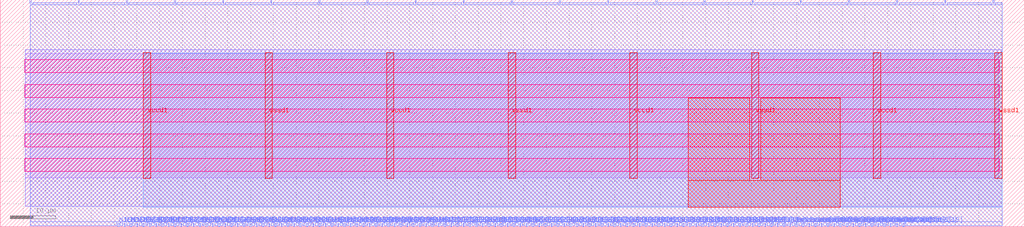
<source format=lef>
VERSION 5.7 ;
  NOWIREEXTENSIONATPIN ON ;
  DIVIDERCHAR "/" ;
  BUSBITCHARS "[]" ;
MACRO N_term_single
  CLASS BLOCK ;
  FOREIGN N_term_single ;
  ORIGIN 0.000 0.000 ;
  SIZE 225.000 BY 50.000 ;
  PIN Ci
    DIRECTION INPUT ;
    USE SIGNAL ;
    PORT
      LAYER met2 ;
        RECT 170.750 0.000 171.030 0.800 ;
    END
  END Ci
  PIN FrameStrobe[0]
    DIRECTION INPUT ;
    USE SIGNAL ;
    ANTENNAGATEAREA 0.196500 ;
    PORT
      LAYER met2 ;
        RECT 172.130 0.000 172.410 0.800 ;
    END
  END FrameStrobe[0]
  PIN FrameStrobe[10]
    DIRECTION INPUT ;
    USE SIGNAL ;
    ANTENNAGATEAREA 0.196500 ;
    PORT
      LAYER met2 ;
        RECT 185.930 0.000 186.210 0.800 ;
    END
  END FrameStrobe[10]
  PIN FrameStrobe[11]
    DIRECTION INPUT ;
    USE SIGNAL ;
    ANTENNAGATEAREA 0.196500 ;
    PORT
      LAYER met2 ;
        RECT 187.310 0.000 187.590 0.800 ;
    END
  END FrameStrobe[11]
  PIN FrameStrobe[12]
    DIRECTION INPUT ;
    USE SIGNAL ;
    ANTENNAGATEAREA 0.196500 ;
    PORT
      LAYER met2 ;
        RECT 188.690 0.000 188.970 0.800 ;
    END
  END FrameStrobe[12]
  PIN FrameStrobe[13]
    DIRECTION INPUT ;
    USE SIGNAL ;
    ANTENNAGATEAREA 0.196500 ;
    PORT
      LAYER met2 ;
        RECT 190.070 0.000 190.350 0.800 ;
    END
  END FrameStrobe[13]
  PIN FrameStrobe[14]
    DIRECTION INPUT ;
    USE SIGNAL ;
    ANTENNAGATEAREA 0.196500 ;
    PORT
      LAYER met2 ;
        RECT 191.450 0.000 191.730 0.800 ;
    END
  END FrameStrobe[14]
  PIN FrameStrobe[15]
    DIRECTION INPUT ;
    USE SIGNAL ;
    ANTENNAGATEAREA 0.196500 ;
    PORT
      LAYER met2 ;
        RECT 192.830 0.000 193.110 0.800 ;
    END
  END FrameStrobe[15]
  PIN FrameStrobe[16]
    DIRECTION INPUT ;
    USE SIGNAL ;
    ANTENNAGATEAREA 0.196500 ;
    PORT
      LAYER met2 ;
        RECT 194.210 0.000 194.490 0.800 ;
    END
  END FrameStrobe[16]
  PIN FrameStrobe[17]
    DIRECTION INPUT ;
    USE SIGNAL ;
    ANTENNAGATEAREA 0.196500 ;
    PORT
      LAYER met2 ;
        RECT 195.590 0.000 195.870 0.800 ;
    END
  END FrameStrobe[17]
  PIN FrameStrobe[18]
    DIRECTION INPUT ;
    USE SIGNAL ;
    ANTENNAGATEAREA 0.196500 ;
    PORT
      LAYER met2 ;
        RECT 196.970 0.000 197.250 0.800 ;
    END
  END FrameStrobe[18]
  PIN FrameStrobe[19]
    DIRECTION INPUT ;
    USE SIGNAL ;
    ANTENNAGATEAREA 0.196500 ;
    PORT
      LAYER met2 ;
        RECT 198.350 0.000 198.630 0.800 ;
    END
  END FrameStrobe[19]
  PIN FrameStrobe[1]
    DIRECTION INPUT ;
    USE SIGNAL ;
    ANTENNAGATEAREA 0.196500 ;
    PORT
      LAYER met2 ;
        RECT 173.510 0.000 173.790 0.800 ;
    END
  END FrameStrobe[1]
  PIN FrameStrobe[2]
    DIRECTION INPUT ;
    USE SIGNAL ;
    ANTENNAGATEAREA 0.196500 ;
    PORT
      LAYER met2 ;
        RECT 174.890 0.000 175.170 0.800 ;
    END
  END FrameStrobe[2]
  PIN FrameStrobe[3]
    DIRECTION INPUT ;
    USE SIGNAL ;
    ANTENNAGATEAREA 0.196500 ;
    PORT
      LAYER met2 ;
        RECT 176.270 0.000 176.550 0.800 ;
    END
  END FrameStrobe[3]
  PIN FrameStrobe[4]
    DIRECTION INPUT ;
    USE SIGNAL ;
    ANTENNAGATEAREA 0.196500 ;
    PORT
      LAYER met2 ;
        RECT 177.650 0.000 177.930 0.800 ;
    END
  END FrameStrobe[4]
  PIN FrameStrobe[5]
    DIRECTION INPUT ;
    USE SIGNAL ;
    ANTENNAGATEAREA 0.196500 ;
    PORT
      LAYER met2 ;
        RECT 179.030 0.000 179.310 0.800 ;
    END
  END FrameStrobe[5]
  PIN FrameStrobe[6]
    DIRECTION INPUT ;
    USE SIGNAL ;
    ANTENNAGATEAREA 0.196500 ;
    PORT
      LAYER met2 ;
        RECT 180.410 0.000 180.690 0.800 ;
    END
  END FrameStrobe[6]
  PIN FrameStrobe[7]
    DIRECTION INPUT ;
    USE SIGNAL ;
    ANTENNAGATEAREA 0.196500 ;
    PORT
      LAYER met2 ;
        RECT 181.790 0.000 182.070 0.800 ;
    END
  END FrameStrobe[7]
  PIN FrameStrobe[8]
    DIRECTION INPUT ;
    USE SIGNAL ;
    ANTENNAGATEAREA 0.196500 ;
    PORT
      LAYER met2 ;
        RECT 183.170 0.000 183.450 0.800 ;
    END
  END FrameStrobe[8]
  PIN FrameStrobe[9]
    DIRECTION INPUT ;
    USE SIGNAL ;
    ANTENNAGATEAREA 0.196500 ;
    PORT
      LAYER met2 ;
        RECT 184.550 0.000 184.830 0.800 ;
    END
  END FrameStrobe[9]
  PIN FrameStrobe_O[0]
    DIRECTION OUTPUT TRISTATE ;
    USE SIGNAL ;
    ANTENNADIFFAREA 0.795200 ;
    PORT
      LAYER met2 ;
        RECT 17.110 49.200 17.390 50.000 ;
    END
  END FrameStrobe_O[0]
  PIN FrameStrobe_O[10]
    DIRECTION OUTPUT TRISTATE ;
    USE SIGNAL ;
    ANTENNADIFFAREA 0.795200 ;
    PORT
      LAYER met2 ;
        RECT 122.910 49.200 123.190 50.000 ;
    END
  END FrameStrobe_O[10]
  PIN FrameStrobe_O[11]
    DIRECTION OUTPUT TRISTATE ;
    USE SIGNAL ;
    ANTENNADIFFAREA 0.795200 ;
    PORT
      LAYER met2 ;
        RECT 133.490 49.200 133.770 50.000 ;
    END
  END FrameStrobe_O[11]
  PIN FrameStrobe_O[12]
    DIRECTION OUTPUT TRISTATE ;
    USE SIGNAL ;
    ANTENNADIFFAREA 0.795200 ;
    PORT
      LAYER met2 ;
        RECT 144.070 49.200 144.350 50.000 ;
    END
  END FrameStrobe_O[12]
  PIN FrameStrobe_O[13]
    DIRECTION OUTPUT TRISTATE ;
    USE SIGNAL ;
    ANTENNADIFFAREA 0.795200 ;
    PORT
      LAYER met2 ;
        RECT 154.650 49.200 154.930 50.000 ;
    END
  END FrameStrobe_O[13]
  PIN FrameStrobe_O[14]
    DIRECTION OUTPUT TRISTATE ;
    USE SIGNAL ;
    ANTENNADIFFAREA 0.795200 ;
    PORT
      LAYER met2 ;
        RECT 165.230 49.200 165.510 50.000 ;
    END
  END FrameStrobe_O[14]
  PIN FrameStrobe_O[15]
    DIRECTION OUTPUT TRISTATE ;
    USE SIGNAL ;
    ANTENNADIFFAREA 0.795200 ;
    PORT
      LAYER met2 ;
        RECT 175.810 49.200 176.090 50.000 ;
    END
  END FrameStrobe_O[15]
  PIN FrameStrobe_O[16]
    DIRECTION OUTPUT TRISTATE ;
    USE SIGNAL ;
    ANTENNADIFFAREA 0.795200 ;
    PORT
      LAYER met2 ;
        RECT 186.390 49.200 186.670 50.000 ;
    END
  END FrameStrobe_O[16]
  PIN FrameStrobe_O[17]
    DIRECTION OUTPUT TRISTATE ;
    USE SIGNAL ;
    ANTENNADIFFAREA 0.795200 ;
    PORT
      LAYER met2 ;
        RECT 196.970 49.200 197.250 50.000 ;
    END
  END FrameStrobe_O[17]
  PIN FrameStrobe_O[18]
    DIRECTION OUTPUT TRISTATE ;
    USE SIGNAL ;
    ANTENNADIFFAREA 0.795200 ;
    PORT
      LAYER met2 ;
        RECT 207.550 49.200 207.830 50.000 ;
    END
  END FrameStrobe_O[18]
  PIN FrameStrobe_O[19]
    DIRECTION OUTPUT TRISTATE ;
    USE SIGNAL ;
    ANTENNADIFFAREA 0.795200 ;
    PORT
      LAYER met2 ;
        RECT 218.130 49.200 218.410 50.000 ;
    END
  END FrameStrobe_O[19]
  PIN FrameStrobe_O[1]
    DIRECTION OUTPUT TRISTATE ;
    USE SIGNAL ;
    ANTENNADIFFAREA 0.795200 ;
    PORT
      LAYER met2 ;
        RECT 27.690 49.200 27.970 50.000 ;
    END
  END FrameStrobe_O[1]
  PIN FrameStrobe_O[2]
    DIRECTION OUTPUT TRISTATE ;
    USE SIGNAL ;
    ANTENNADIFFAREA 0.795200 ;
    PORT
      LAYER met2 ;
        RECT 38.270 49.200 38.550 50.000 ;
    END
  END FrameStrobe_O[2]
  PIN FrameStrobe_O[3]
    DIRECTION OUTPUT TRISTATE ;
    USE SIGNAL ;
    ANTENNADIFFAREA 0.795200 ;
    PORT
      LAYER met2 ;
        RECT 48.850 49.200 49.130 50.000 ;
    END
  END FrameStrobe_O[3]
  PIN FrameStrobe_O[4]
    DIRECTION OUTPUT TRISTATE ;
    USE SIGNAL ;
    ANTENNADIFFAREA 0.795200 ;
    PORT
      LAYER met2 ;
        RECT 59.430 49.200 59.710 50.000 ;
    END
  END FrameStrobe_O[4]
  PIN FrameStrobe_O[5]
    DIRECTION OUTPUT TRISTATE ;
    USE SIGNAL ;
    ANTENNADIFFAREA 0.795200 ;
    PORT
      LAYER met2 ;
        RECT 70.010 49.200 70.290 50.000 ;
    END
  END FrameStrobe_O[5]
  PIN FrameStrobe_O[6]
    DIRECTION OUTPUT TRISTATE ;
    USE SIGNAL ;
    ANTENNADIFFAREA 0.795200 ;
    PORT
      LAYER met2 ;
        RECT 80.590 49.200 80.870 50.000 ;
    END
  END FrameStrobe_O[6]
  PIN FrameStrobe_O[7]
    DIRECTION OUTPUT TRISTATE ;
    USE SIGNAL ;
    ANTENNADIFFAREA 0.795200 ;
    PORT
      LAYER met2 ;
        RECT 91.170 49.200 91.450 50.000 ;
    END
  END FrameStrobe_O[7]
  PIN FrameStrobe_O[8]
    DIRECTION OUTPUT TRISTATE ;
    USE SIGNAL ;
    ANTENNADIFFAREA 0.795200 ;
    PORT
      LAYER met2 ;
        RECT 101.750 49.200 102.030 50.000 ;
    END
  END FrameStrobe_O[8]
  PIN FrameStrobe_O[9]
    DIRECTION OUTPUT TRISTATE ;
    USE SIGNAL ;
    ANTENNADIFFAREA 0.795200 ;
    PORT
      LAYER met2 ;
        RECT 112.330 49.200 112.610 50.000 ;
    END
  END FrameStrobe_O[9]
  PIN N1END[0]
    DIRECTION INPUT ;
    USE SIGNAL ;
    ANTENNAGATEAREA 0.196500 ;
    PORT
      LAYER met2 ;
        RECT 25.850 0.000 26.130 0.800 ;
    END
  END N1END[0]
  PIN N1END[1]
    DIRECTION INPUT ;
    USE SIGNAL ;
    ANTENNAGATEAREA 0.196500 ;
    PORT
      LAYER met2 ;
        RECT 27.230 0.000 27.510 0.800 ;
    END
  END N1END[1]
  PIN N1END[2]
    DIRECTION INPUT ;
    USE SIGNAL ;
    ANTENNAGATEAREA 0.196500 ;
    PORT
      LAYER met2 ;
        RECT 28.610 0.000 28.890 0.800 ;
    END
  END N1END[2]
  PIN N1END[3]
    DIRECTION INPUT ;
    USE SIGNAL ;
    ANTENNAGATEAREA 0.196500 ;
    PORT
      LAYER met2 ;
        RECT 29.990 0.000 30.270 0.800 ;
    END
  END N1END[3]
  PIN N2END[0]
    DIRECTION INPUT ;
    USE SIGNAL ;
    ANTENNAGATEAREA 0.196500 ;
    PORT
      LAYER met2 ;
        RECT 42.410 0.000 42.690 0.800 ;
    END
  END N2END[0]
  PIN N2END[1]
    DIRECTION INPUT ;
    USE SIGNAL ;
    ANTENNAGATEAREA 0.196500 ;
    PORT
      LAYER met2 ;
        RECT 43.790 0.000 44.070 0.800 ;
    END
  END N2END[1]
  PIN N2END[2]
    DIRECTION INPUT ;
    USE SIGNAL ;
    ANTENNAGATEAREA 0.196500 ;
    PORT
      LAYER met2 ;
        RECT 45.170 0.000 45.450 0.800 ;
    END
  END N2END[2]
  PIN N2END[3]
    DIRECTION INPUT ;
    USE SIGNAL ;
    ANTENNAGATEAREA 0.196500 ;
    PORT
      LAYER met2 ;
        RECT 46.550 0.000 46.830 0.800 ;
    END
  END N2END[3]
  PIN N2END[4]
    DIRECTION INPUT ;
    USE SIGNAL ;
    ANTENNAGATEAREA 0.196500 ;
    PORT
      LAYER met2 ;
        RECT 47.930 0.000 48.210 0.800 ;
    END
  END N2END[4]
  PIN N2END[5]
    DIRECTION INPUT ;
    USE SIGNAL ;
    ANTENNAGATEAREA 0.196500 ;
    PORT
      LAYER met2 ;
        RECT 49.310 0.000 49.590 0.800 ;
    END
  END N2END[5]
  PIN N2END[6]
    DIRECTION INPUT ;
    USE SIGNAL ;
    ANTENNAGATEAREA 0.196500 ;
    PORT
      LAYER met2 ;
        RECT 50.690 0.000 50.970 0.800 ;
    END
  END N2END[6]
  PIN N2END[7]
    DIRECTION INPUT ;
    USE SIGNAL ;
    ANTENNAGATEAREA 0.196500 ;
    PORT
      LAYER met2 ;
        RECT 52.070 0.000 52.350 0.800 ;
    END
  END N2END[7]
  PIN N2MID[0]
    DIRECTION INPUT ;
    USE SIGNAL ;
    ANTENNAGATEAREA 0.196500 ;
    PORT
      LAYER met2 ;
        RECT 31.370 0.000 31.650 0.800 ;
    END
  END N2MID[0]
  PIN N2MID[1]
    DIRECTION INPUT ;
    USE SIGNAL ;
    ANTENNAGATEAREA 0.196500 ;
    PORT
      LAYER met2 ;
        RECT 32.750 0.000 33.030 0.800 ;
    END
  END N2MID[1]
  PIN N2MID[2]
    DIRECTION INPUT ;
    USE SIGNAL ;
    ANTENNAGATEAREA 0.196500 ;
    PORT
      LAYER met2 ;
        RECT 34.130 0.000 34.410 0.800 ;
    END
  END N2MID[2]
  PIN N2MID[3]
    DIRECTION INPUT ;
    USE SIGNAL ;
    ANTENNAGATEAREA 0.196500 ;
    PORT
      LAYER met2 ;
        RECT 35.510 0.000 35.790 0.800 ;
    END
  END N2MID[3]
  PIN N2MID[4]
    DIRECTION INPUT ;
    USE SIGNAL ;
    ANTENNAGATEAREA 0.196500 ;
    PORT
      LAYER met2 ;
        RECT 36.890 0.000 37.170 0.800 ;
    END
  END N2MID[4]
  PIN N2MID[5]
    DIRECTION INPUT ;
    USE SIGNAL ;
    ANTENNAGATEAREA 0.196500 ;
    PORT
      LAYER met2 ;
        RECT 38.270 0.000 38.550 0.800 ;
    END
  END N2MID[5]
  PIN N2MID[6]
    DIRECTION INPUT ;
    USE SIGNAL ;
    ANTENNAGATEAREA 0.196500 ;
    PORT
      LAYER met2 ;
        RECT 39.650 0.000 39.930 0.800 ;
    END
  END N2MID[6]
  PIN N2MID[7]
    DIRECTION INPUT ;
    USE SIGNAL ;
    ANTENNAGATEAREA 0.196500 ;
    PORT
      LAYER met2 ;
        RECT 41.030 0.000 41.310 0.800 ;
    END
  END N2MID[7]
  PIN N4END[0]
    DIRECTION INPUT ;
    USE SIGNAL ;
    ANTENNAGATEAREA 0.196500 ;
    PORT
      LAYER met2 ;
        RECT 53.450 0.000 53.730 0.800 ;
    END
  END N4END[0]
  PIN N4END[10]
    DIRECTION INPUT ;
    USE SIGNAL ;
    ANTENNAGATEAREA 0.196500 ;
    PORT
      LAYER met2 ;
        RECT 67.250 0.000 67.530 0.800 ;
    END
  END N4END[10]
  PIN N4END[11]
    DIRECTION INPUT ;
    USE SIGNAL ;
    ANTENNAGATEAREA 0.196500 ;
    PORT
      LAYER met2 ;
        RECT 68.630 0.000 68.910 0.800 ;
    END
  END N4END[11]
  PIN N4END[12]
    DIRECTION INPUT ;
    USE SIGNAL ;
    ANTENNAGATEAREA 0.196500 ;
    PORT
      LAYER met2 ;
        RECT 70.010 0.000 70.290 0.800 ;
    END
  END N4END[12]
  PIN N4END[13]
    DIRECTION INPUT ;
    USE SIGNAL ;
    ANTENNAGATEAREA 0.196500 ;
    PORT
      LAYER met2 ;
        RECT 71.390 0.000 71.670 0.800 ;
    END
  END N4END[13]
  PIN N4END[14]
    DIRECTION INPUT ;
    USE SIGNAL ;
    ANTENNAGATEAREA 0.196500 ;
    PORT
      LAYER met2 ;
        RECT 72.770 0.000 73.050 0.800 ;
    END
  END N4END[14]
  PIN N4END[15]
    DIRECTION INPUT ;
    USE SIGNAL ;
    ANTENNAGATEAREA 0.196500 ;
    PORT
      LAYER met2 ;
        RECT 74.150 0.000 74.430 0.800 ;
    END
  END N4END[15]
  PIN N4END[1]
    DIRECTION INPUT ;
    USE SIGNAL ;
    ANTENNAGATEAREA 0.196500 ;
    PORT
      LAYER met2 ;
        RECT 54.830 0.000 55.110 0.800 ;
    END
  END N4END[1]
  PIN N4END[2]
    DIRECTION INPUT ;
    USE SIGNAL ;
    ANTENNAGATEAREA 0.196500 ;
    PORT
      LAYER met2 ;
        RECT 56.210 0.000 56.490 0.800 ;
    END
  END N4END[2]
  PIN N4END[3]
    DIRECTION INPUT ;
    USE SIGNAL ;
    ANTENNAGATEAREA 0.196500 ;
    PORT
      LAYER met2 ;
        RECT 57.590 0.000 57.870 0.800 ;
    END
  END N4END[3]
  PIN N4END[4]
    DIRECTION INPUT ;
    USE SIGNAL ;
    ANTENNAGATEAREA 0.196500 ;
    PORT
      LAYER met2 ;
        RECT 58.970 0.000 59.250 0.800 ;
    END
  END N4END[4]
  PIN N4END[5]
    DIRECTION INPUT ;
    USE SIGNAL ;
    ANTENNAGATEAREA 0.196500 ;
    PORT
      LAYER met2 ;
        RECT 60.350 0.000 60.630 0.800 ;
    END
  END N4END[5]
  PIN N4END[6]
    DIRECTION INPUT ;
    USE SIGNAL ;
    ANTENNAGATEAREA 0.196500 ;
    PORT
      LAYER met2 ;
        RECT 61.730 0.000 62.010 0.800 ;
    END
  END N4END[6]
  PIN N4END[7]
    DIRECTION INPUT ;
    USE SIGNAL ;
    ANTENNAGATEAREA 0.196500 ;
    PORT
      LAYER met2 ;
        RECT 63.110 0.000 63.390 0.800 ;
    END
  END N4END[7]
  PIN N4END[8]
    DIRECTION INPUT ;
    USE SIGNAL ;
    ANTENNAGATEAREA 0.196500 ;
    PORT
      LAYER met2 ;
        RECT 64.490 0.000 64.770 0.800 ;
    END
  END N4END[8]
  PIN N4END[9]
    DIRECTION INPUT ;
    USE SIGNAL ;
    ANTENNAGATEAREA 0.196500 ;
    PORT
      LAYER met2 ;
        RECT 65.870 0.000 66.150 0.800 ;
    END
  END N4END[9]
  PIN NN4END[0]
    DIRECTION INPUT ;
    USE SIGNAL ;
    ANTENNAGATEAREA 0.196500 ;
    PORT
      LAYER met2 ;
        RECT 75.530 0.000 75.810 0.800 ;
    END
  END NN4END[0]
  PIN NN4END[10]
    DIRECTION INPUT ;
    USE SIGNAL ;
    ANTENNAGATEAREA 0.196500 ;
    PORT
      LAYER met2 ;
        RECT 89.330 0.000 89.610 0.800 ;
    END
  END NN4END[10]
  PIN NN4END[11]
    DIRECTION INPUT ;
    USE SIGNAL ;
    ANTENNAGATEAREA 0.196500 ;
    PORT
      LAYER met2 ;
        RECT 90.710 0.000 90.990 0.800 ;
    END
  END NN4END[11]
  PIN NN4END[12]
    DIRECTION INPUT ;
    USE SIGNAL ;
    ANTENNAGATEAREA 0.196500 ;
    PORT
      LAYER met2 ;
        RECT 92.090 0.000 92.370 0.800 ;
    END
  END NN4END[12]
  PIN NN4END[13]
    DIRECTION INPUT ;
    USE SIGNAL ;
    ANTENNAGATEAREA 0.196500 ;
    PORT
      LAYER met2 ;
        RECT 93.470 0.000 93.750 0.800 ;
    END
  END NN4END[13]
  PIN NN4END[14]
    DIRECTION INPUT ;
    USE SIGNAL ;
    ANTENNAGATEAREA 0.196500 ;
    PORT
      LAYER met2 ;
        RECT 94.850 0.000 95.130 0.800 ;
    END
  END NN4END[14]
  PIN NN4END[15]
    DIRECTION INPUT ;
    USE SIGNAL ;
    ANTENNAGATEAREA 0.196500 ;
    PORT
      LAYER met2 ;
        RECT 96.230 0.000 96.510 0.800 ;
    END
  END NN4END[15]
  PIN NN4END[1]
    DIRECTION INPUT ;
    USE SIGNAL ;
    ANTENNAGATEAREA 0.196500 ;
    PORT
      LAYER met2 ;
        RECT 76.910 0.000 77.190 0.800 ;
    END
  END NN4END[1]
  PIN NN4END[2]
    DIRECTION INPUT ;
    USE SIGNAL ;
    ANTENNAGATEAREA 0.196500 ;
    PORT
      LAYER met2 ;
        RECT 78.290 0.000 78.570 0.800 ;
    END
  END NN4END[2]
  PIN NN4END[3]
    DIRECTION INPUT ;
    USE SIGNAL ;
    ANTENNAGATEAREA 0.196500 ;
    PORT
      LAYER met2 ;
        RECT 79.670 0.000 79.950 0.800 ;
    END
  END NN4END[3]
  PIN NN4END[4]
    DIRECTION INPUT ;
    USE SIGNAL ;
    ANTENNAGATEAREA 0.196500 ;
    PORT
      LAYER met2 ;
        RECT 81.050 0.000 81.330 0.800 ;
    END
  END NN4END[4]
  PIN NN4END[5]
    DIRECTION INPUT ;
    USE SIGNAL ;
    ANTENNAGATEAREA 0.196500 ;
    PORT
      LAYER met2 ;
        RECT 82.430 0.000 82.710 0.800 ;
    END
  END NN4END[5]
  PIN NN4END[6]
    DIRECTION INPUT ;
    USE SIGNAL ;
    ANTENNAGATEAREA 0.196500 ;
    PORT
      LAYER met2 ;
        RECT 83.810 0.000 84.090 0.800 ;
    END
  END NN4END[6]
  PIN NN4END[7]
    DIRECTION INPUT ;
    USE SIGNAL ;
    ANTENNAGATEAREA 0.196500 ;
    PORT
      LAYER met2 ;
        RECT 85.190 0.000 85.470 0.800 ;
    END
  END NN4END[7]
  PIN NN4END[8]
    DIRECTION INPUT ;
    USE SIGNAL ;
    ANTENNAGATEAREA 0.196500 ;
    PORT
      LAYER met2 ;
        RECT 86.570 0.000 86.850 0.800 ;
    END
  END NN4END[8]
  PIN NN4END[9]
    DIRECTION INPUT ;
    USE SIGNAL ;
    ANTENNAGATEAREA 0.196500 ;
    PORT
      LAYER met2 ;
        RECT 87.950 0.000 88.230 0.800 ;
    END
  END NN4END[9]
  PIN S1BEG[0]
    DIRECTION OUTPUT TRISTATE ;
    USE SIGNAL ;
    ANTENNADIFFAREA 0.795200 ;
    PORT
      LAYER met2 ;
        RECT 97.610 0.000 97.890 0.800 ;
    END
  END S1BEG[0]
  PIN S1BEG[1]
    DIRECTION OUTPUT TRISTATE ;
    USE SIGNAL ;
    ANTENNADIFFAREA 0.795200 ;
    PORT
      LAYER met2 ;
        RECT 98.990 0.000 99.270 0.800 ;
    END
  END S1BEG[1]
  PIN S1BEG[2]
    DIRECTION OUTPUT TRISTATE ;
    USE SIGNAL ;
    ANTENNADIFFAREA 0.795200 ;
    PORT
      LAYER met2 ;
        RECT 100.370 0.000 100.650 0.800 ;
    END
  END S1BEG[2]
  PIN S1BEG[3]
    DIRECTION OUTPUT TRISTATE ;
    USE SIGNAL ;
    ANTENNADIFFAREA 0.795200 ;
    PORT
      LAYER met2 ;
        RECT 101.750 0.000 102.030 0.800 ;
    END
  END S1BEG[3]
  PIN S2BEG[0]
    DIRECTION OUTPUT TRISTATE ;
    USE SIGNAL ;
    ANTENNADIFFAREA 0.795200 ;
    PORT
      LAYER met2 ;
        RECT 114.170 0.000 114.450 0.800 ;
    END
  END S2BEG[0]
  PIN S2BEG[1]
    DIRECTION OUTPUT TRISTATE ;
    USE SIGNAL ;
    ANTENNADIFFAREA 0.795200 ;
    PORT
      LAYER met2 ;
        RECT 115.550 0.000 115.830 0.800 ;
    END
  END S2BEG[1]
  PIN S2BEG[2]
    DIRECTION OUTPUT TRISTATE ;
    USE SIGNAL ;
    ANTENNADIFFAREA 0.795200 ;
    PORT
      LAYER met2 ;
        RECT 116.930 0.000 117.210 0.800 ;
    END
  END S2BEG[2]
  PIN S2BEG[3]
    DIRECTION OUTPUT TRISTATE ;
    USE SIGNAL ;
    ANTENNADIFFAREA 0.795200 ;
    PORT
      LAYER met2 ;
        RECT 118.310 0.000 118.590 0.800 ;
    END
  END S2BEG[3]
  PIN S2BEG[4]
    DIRECTION OUTPUT TRISTATE ;
    USE SIGNAL ;
    ANTENNADIFFAREA 0.795200 ;
    PORT
      LAYER met2 ;
        RECT 119.690 0.000 119.970 0.800 ;
    END
  END S2BEG[4]
  PIN S2BEG[5]
    DIRECTION OUTPUT TRISTATE ;
    USE SIGNAL ;
    ANTENNADIFFAREA 0.795200 ;
    PORT
      LAYER met2 ;
        RECT 121.070 0.000 121.350 0.800 ;
    END
  END S2BEG[5]
  PIN S2BEG[6]
    DIRECTION OUTPUT TRISTATE ;
    USE SIGNAL ;
    ANTENNADIFFAREA 0.795200 ;
    PORT
      LAYER met2 ;
        RECT 122.450 0.000 122.730 0.800 ;
    END
  END S2BEG[6]
  PIN S2BEG[7]
    DIRECTION OUTPUT TRISTATE ;
    USE SIGNAL ;
    ANTENNADIFFAREA 0.795200 ;
    PORT
      LAYER met2 ;
        RECT 123.830 0.000 124.110 0.800 ;
    END
  END S2BEG[7]
  PIN S2BEGb[0]
    DIRECTION OUTPUT TRISTATE ;
    USE SIGNAL ;
    ANTENNADIFFAREA 0.795200 ;
    PORT
      LAYER met2 ;
        RECT 103.130 0.000 103.410 0.800 ;
    END
  END S2BEGb[0]
  PIN S2BEGb[1]
    DIRECTION OUTPUT TRISTATE ;
    USE SIGNAL ;
    ANTENNADIFFAREA 0.795200 ;
    PORT
      LAYER met2 ;
        RECT 104.510 0.000 104.790 0.800 ;
    END
  END S2BEGb[1]
  PIN S2BEGb[2]
    DIRECTION OUTPUT TRISTATE ;
    USE SIGNAL ;
    ANTENNADIFFAREA 0.795200 ;
    PORT
      LAYER met2 ;
        RECT 105.890 0.000 106.170 0.800 ;
    END
  END S2BEGb[2]
  PIN S2BEGb[3]
    DIRECTION OUTPUT TRISTATE ;
    USE SIGNAL ;
    ANTENNADIFFAREA 0.795200 ;
    PORT
      LAYER met2 ;
        RECT 107.270 0.000 107.550 0.800 ;
    END
  END S2BEGb[3]
  PIN S2BEGb[4]
    DIRECTION OUTPUT TRISTATE ;
    USE SIGNAL ;
    ANTENNADIFFAREA 0.795200 ;
    PORT
      LAYER met2 ;
        RECT 108.650 0.000 108.930 0.800 ;
    END
  END S2BEGb[4]
  PIN S2BEGb[5]
    DIRECTION OUTPUT TRISTATE ;
    USE SIGNAL ;
    ANTENNADIFFAREA 0.795200 ;
    PORT
      LAYER met2 ;
        RECT 110.030 0.000 110.310 0.800 ;
    END
  END S2BEGb[5]
  PIN S2BEGb[6]
    DIRECTION OUTPUT TRISTATE ;
    USE SIGNAL ;
    ANTENNADIFFAREA 0.795200 ;
    PORT
      LAYER met2 ;
        RECT 111.410 0.000 111.690 0.800 ;
    END
  END S2BEGb[6]
  PIN S2BEGb[7]
    DIRECTION OUTPUT TRISTATE ;
    USE SIGNAL ;
    ANTENNADIFFAREA 0.795200 ;
    PORT
      LAYER met2 ;
        RECT 112.790 0.000 113.070 0.800 ;
    END
  END S2BEGb[7]
  PIN S4BEG[0]
    DIRECTION OUTPUT TRISTATE ;
    USE SIGNAL ;
    ANTENNADIFFAREA 0.795200 ;
    PORT
      LAYER met2 ;
        RECT 125.210 0.000 125.490 0.800 ;
    END
  END S4BEG[0]
  PIN S4BEG[10]
    DIRECTION OUTPUT TRISTATE ;
    USE SIGNAL ;
    ANTENNADIFFAREA 0.795200 ;
    PORT
      LAYER met2 ;
        RECT 139.010 0.000 139.290 0.800 ;
    END
  END S4BEG[10]
  PIN S4BEG[11]
    DIRECTION OUTPUT TRISTATE ;
    USE SIGNAL ;
    ANTENNADIFFAREA 0.795200 ;
    PORT
      LAYER met2 ;
        RECT 140.390 0.000 140.670 0.800 ;
    END
  END S4BEG[11]
  PIN S4BEG[12]
    DIRECTION OUTPUT TRISTATE ;
    USE SIGNAL ;
    ANTENNADIFFAREA 0.795200 ;
    PORT
      LAYER met2 ;
        RECT 141.770 0.000 142.050 0.800 ;
    END
  END S4BEG[12]
  PIN S4BEG[13]
    DIRECTION OUTPUT TRISTATE ;
    USE SIGNAL ;
    ANTENNADIFFAREA 0.795200 ;
    PORT
      LAYER met2 ;
        RECT 143.150 0.000 143.430 0.800 ;
    END
  END S4BEG[13]
  PIN S4BEG[14]
    DIRECTION OUTPUT TRISTATE ;
    USE SIGNAL ;
    ANTENNADIFFAREA 0.795200 ;
    PORT
      LAYER met2 ;
        RECT 144.530 0.000 144.810 0.800 ;
    END
  END S4BEG[14]
  PIN S4BEG[15]
    DIRECTION OUTPUT TRISTATE ;
    USE SIGNAL ;
    ANTENNADIFFAREA 0.795200 ;
    PORT
      LAYER met2 ;
        RECT 145.910 0.000 146.190 0.800 ;
    END
  END S4BEG[15]
  PIN S4BEG[1]
    DIRECTION OUTPUT TRISTATE ;
    USE SIGNAL ;
    ANTENNADIFFAREA 0.795200 ;
    PORT
      LAYER met2 ;
        RECT 126.590 0.000 126.870 0.800 ;
    END
  END S4BEG[1]
  PIN S4BEG[2]
    DIRECTION OUTPUT TRISTATE ;
    USE SIGNAL ;
    ANTENNADIFFAREA 0.795200 ;
    PORT
      LAYER met2 ;
        RECT 127.970 0.000 128.250 0.800 ;
    END
  END S4BEG[2]
  PIN S4BEG[3]
    DIRECTION OUTPUT TRISTATE ;
    USE SIGNAL ;
    ANTENNADIFFAREA 0.795200 ;
    PORT
      LAYER met2 ;
        RECT 129.350 0.000 129.630 0.800 ;
    END
  END S4BEG[3]
  PIN S4BEG[4]
    DIRECTION OUTPUT TRISTATE ;
    USE SIGNAL ;
    ANTENNADIFFAREA 0.795200 ;
    PORT
      LAYER met2 ;
        RECT 130.730 0.000 131.010 0.800 ;
    END
  END S4BEG[4]
  PIN S4BEG[5]
    DIRECTION OUTPUT TRISTATE ;
    USE SIGNAL ;
    ANTENNADIFFAREA 0.795200 ;
    PORT
      LAYER met2 ;
        RECT 132.110 0.000 132.390 0.800 ;
    END
  END S4BEG[5]
  PIN S4BEG[6]
    DIRECTION OUTPUT TRISTATE ;
    USE SIGNAL ;
    ANTENNADIFFAREA 0.795200 ;
    PORT
      LAYER met2 ;
        RECT 133.490 0.000 133.770 0.800 ;
    END
  END S4BEG[6]
  PIN S4BEG[7]
    DIRECTION OUTPUT TRISTATE ;
    USE SIGNAL ;
    ANTENNADIFFAREA 0.795200 ;
    PORT
      LAYER met2 ;
        RECT 134.870 0.000 135.150 0.800 ;
    END
  END S4BEG[7]
  PIN S4BEG[8]
    DIRECTION OUTPUT TRISTATE ;
    USE SIGNAL ;
    ANTENNADIFFAREA 0.795200 ;
    PORT
      LAYER met2 ;
        RECT 136.250 0.000 136.530 0.800 ;
    END
  END S4BEG[8]
  PIN S4BEG[9]
    DIRECTION OUTPUT TRISTATE ;
    USE SIGNAL ;
    ANTENNADIFFAREA 0.795200 ;
    PORT
      LAYER met2 ;
        RECT 137.630 0.000 137.910 0.800 ;
    END
  END S4BEG[9]
  PIN SS4BEG[0]
    DIRECTION OUTPUT TRISTATE ;
    USE SIGNAL ;
    ANTENNADIFFAREA 0.795200 ;
    PORT
      LAYER met2 ;
        RECT 147.290 0.000 147.570 0.800 ;
    END
  END SS4BEG[0]
  PIN SS4BEG[10]
    DIRECTION OUTPUT TRISTATE ;
    USE SIGNAL ;
    ANTENNADIFFAREA 0.795200 ;
    PORT
      LAYER met2 ;
        RECT 161.090 0.000 161.370 0.800 ;
    END
  END SS4BEG[10]
  PIN SS4BEG[11]
    DIRECTION OUTPUT TRISTATE ;
    USE SIGNAL ;
    ANTENNADIFFAREA 0.795200 ;
    PORT
      LAYER met2 ;
        RECT 162.470 0.000 162.750 0.800 ;
    END
  END SS4BEG[11]
  PIN SS4BEG[12]
    DIRECTION OUTPUT TRISTATE ;
    USE SIGNAL ;
    ANTENNADIFFAREA 0.795200 ;
    PORT
      LAYER met2 ;
        RECT 163.850 0.000 164.130 0.800 ;
    END
  END SS4BEG[12]
  PIN SS4BEG[13]
    DIRECTION OUTPUT TRISTATE ;
    USE SIGNAL ;
    ANTENNADIFFAREA 0.795200 ;
    PORT
      LAYER met2 ;
        RECT 165.230 0.000 165.510 0.800 ;
    END
  END SS4BEG[13]
  PIN SS4BEG[14]
    DIRECTION OUTPUT TRISTATE ;
    USE SIGNAL ;
    ANTENNADIFFAREA 0.795200 ;
    PORT
      LAYER met2 ;
        RECT 166.610 0.000 166.890 0.800 ;
    END
  END SS4BEG[14]
  PIN SS4BEG[15]
    DIRECTION OUTPUT TRISTATE ;
    USE SIGNAL ;
    ANTENNADIFFAREA 0.795200 ;
    PORT
      LAYER met2 ;
        RECT 167.990 0.000 168.270 0.800 ;
    END
  END SS4BEG[15]
  PIN SS4BEG[1]
    DIRECTION OUTPUT TRISTATE ;
    USE SIGNAL ;
    ANTENNADIFFAREA 0.795200 ;
    PORT
      LAYER met2 ;
        RECT 148.670 0.000 148.950 0.800 ;
    END
  END SS4BEG[1]
  PIN SS4BEG[2]
    DIRECTION OUTPUT TRISTATE ;
    USE SIGNAL ;
    ANTENNADIFFAREA 0.795200 ;
    PORT
      LAYER met2 ;
        RECT 150.050 0.000 150.330 0.800 ;
    END
  END SS4BEG[2]
  PIN SS4BEG[3]
    DIRECTION OUTPUT TRISTATE ;
    USE SIGNAL ;
    ANTENNADIFFAREA 0.795200 ;
    PORT
      LAYER met2 ;
        RECT 151.430 0.000 151.710 0.800 ;
    END
  END SS4BEG[3]
  PIN SS4BEG[4]
    DIRECTION OUTPUT TRISTATE ;
    USE SIGNAL ;
    ANTENNADIFFAREA 0.795200 ;
    PORT
      LAYER met2 ;
        RECT 152.810 0.000 153.090 0.800 ;
    END
  END SS4BEG[4]
  PIN SS4BEG[5]
    DIRECTION OUTPUT TRISTATE ;
    USE SIGNAL ;
    ANTENNADIFFAREA 0.795200 ;
    PORT
      LAYER met2 ;
        RECT 154.190 0.000 154.470 0.800 ;
    END
  END SS4BEG[5]
  PIN SS4BEG[6]
    DIRECTION OUTPUT TRISTATE ;
    USE SIGNAL ;
    ANTENNADIFFAREA 0.795200 ;
    PORT
      LAYER met2 ;
        RECT 155.570 0.000 155.850 0.800 ;
    END
  END SS4BEG[6]
  PIN SS4BEG[7]
    DIRECTION OUTPUT TRISTATE ;
    USE SIGNAL ;
    ANTENNADIFFAREA 0.795200 ;
    PORT
      LAYER met2 ;
        RECT 156.950 0.000 157.230 0.800 ;
    END
  END SS4BEG[7]
  PIN SS4BEG[8]
    DIRECTION OUTPUT TRISTATE ;
    USE SIGNAL ;
    ANTENNADIFFAREA 0.795200 ;
    PORT
      LAYER met2 ;
        RECT 158.330 0.000 158.610 0.800 ;
    END
  END SS4BEG[8]
  PIN SS4BEG[9]
    DIRECTION OUTPUT TRISTATE ;
    USE SIGNAL ;
    ANTENNADIFFAREA 0.795200 ;
    PORT
      LAYER met2 ;
        RECT 159.710 0.000 159.990 0.800 ;
    END
  END SS4BEG[9]
  PIN UserCLK
    DIRECTION INPUT ;
    USE SIGNAL ;
    ANTENNAGATEAREA 0.196500 ;
    PORT
      LAYER met2 ;
        RECT 169.370 0.000 169.650 0.800 ;
    END
  END UserCLK
  PIN UserCLKo
    DIRECTION OUTPUT TRISTATE ;
    USE SIGNAL ;
    ANTENNADIFFAREA 0.795200 ;
    PORT
      LAYER met2 ;
        RECT 6.530 49.200 6.810 50.000 ;
    END
  END UserCLKo
  PIN vccd1
    DIRECTION INOUT ;
    USE POWER ;
    PORT
      LAYER met4 ;
        RECT 31.455 10.640 33.055 38.320 ;
    END
    PORT
      LAYER met4 ;
        RECT 84.925 10.640 86.525 38.320 ;
    END
    PORT
      LAYER met4 ;
        RECT 138.395 10.640 139.995 38.320 ;
    END
    PORT
      LAYER met4 ;
        RECT 191.865 10.640 193.465 38.320 ;
    END
  END vccd1
  PIN vssd1
    DIRECTION INOUT ;
    USE GROUND ;
    PORT
      LAYER met4 ;
        RECT 58.190 10.640 59.790 38.320 ;
    END
    PORT
      LAYER met4 ;
        RECT 111.660 10.640 113.260 38.320 ;
    END
    PORT
      LAYER met4 ;
        RECT 165.130 10.640 166.730 38.320 ;
    END
    PORT
      LAYER met4 ;
        RECT 218.600 10.640 220.200 38.320 ;
    END
  END vssd1
  OBS
      LAYER nwell ;
        RECT 5.330 33.945 219.610 36.775 ;
        RECT 5.330 28.505 219.610 31.335 ;
        RECT 5.330 23.065 219.610 25.895 ;
        RECT 5.330 17.625 219.610 20.455 ;
        RECT 5.330 12.185 219.610 15.015 ;
      LAYER li1 ;
        RECT 5.520 10.795 219.420 38.165 ;
      LAYER met1 ;
        RECT 5.520 4.460 220.200 39.060 ;
      LAYER met2 ;
        RECT 7.090 48.920 16.830 49.370 ;
        RECT 17.670 48.920 27.410 49.370 ;
        RECT 28.250 48.920 37.990 49.370 ;
        RECT 38.830 48.920 48.570 49.370 ;
        RECT 49.410 48.920 59.150 49.370 ;
        RECT 59.990 48.920 69.730 49.370 ;
        RECT 70.570 48.920 80.310 49.370 ;
        RECT 81.150 48.920 90.890 49.370 ;
        RECT 91.730 48.920 101.470 49.370 ;
        RECT 102.310 48.920 112.050 49.370 ;
        RECT 112.890 48.920 122.630 49.370 ;
        RECT 123.470 48.920 133.210 49.370 ;
        RECT 134.050 48.920 143.790 49.370 ;
        RECT 144.630 48.920 154.370 49.370 ;
        RECT 155.210 48.920 164.950 49.370 ;
        RECT 165.790 48.920 175.530 49.370 ;
        RECT 176.370 48.920 186.110 49.370 ;
        RECT 186.950 48.920 196.690 49.370 ;
        RECT 197.530 48.920 207.270 49.370 ;
        RECT 208.110 48.920 217.850 49.370 ;
        RECT 218.690 48.920 220.170 49.370 ;
        RECT 6.540 1.080 220.170 48.920 ;
        RECT 6.540 0.270 25.570 1.080 ;
        RECT 26.410 0.270 26.950 1.080 ;
        RECT 27.790 0.270 28.330 1.080 ;
        RECT 29.170 0.270 29.710 1.080 ;
        RECT 30.550 0.270 31.090 1.080 ;
        RECT 31.930 0.270 32.470 1.080 ;
        RECT 33.310 0.270 33.850 1.080 ;
        RECT 34.690 0.270 35.230 1.080 ;
        RECT 36.070 0.270 36.610 1.080 ;
        RECT 37.450 0.270 37.990 1.080 ;
        RECT 38.830 0.270 39.370 1.080 ;
        RECT 40.210 0.270 40.750 1.080 ;
        RECT 41.590 0.270 42.130 1.080 ;
        RECT 42.970 0.270 43.510 1.080 ;
        RECT 44.350 0.270 44.890 1.080 ;
        RECT 45.730 0.270 46.270 1.080 ;
        RECT 47.110 0.270 47.650 1.080 ;
        RECT 48.490 0.270 49.030 1.080 ;
        RECT 49.870 0.270 50.410 1.080 ;
        RECT 51.250 0.270 51.790 1.080 ;
        RECT 52.630 0.270 53.170 1.080 ;
        RECT 54.010 0.270 54.550 1.080 ;
        RECT 55.390 0.270 55.930 1.080 ;
        RECT 56.770 0.270 57.310 1.080 ;
        RECT 58.150 0.270 58.690 1.080 ;
        RECT 59.530 0.270 60.070 1.080 ;
        RECT 60.910 0.270 61.450 1.080 ;
        RECT 62.290 0.270 62.830 1.080 ;
        RECT 63.670 0.270 64.210 1.080 ;
        RECT 65.050 0.270 65.590 1.080 ;
        RECT 66.430 0.270 66.970 1.080 ;
        RECT 67.810 0.270 68.350 1.080 ;
        RECT 69.190 0.270 69.730 1.080 ;
        RECT 70.570 0.270 71.110 1.080 ;
        RECT 71.950 0.270 72.490 1.080 ;
        RECT 73.330 0.270 73.870 1.080 ;
        RECT 74.710 0.270 75.250 1.080 ;
        RECT 76.090 0.270 76.630 1.080 ;
        RECT 77.470 0.270 78.010 1.080 ;
        RECT 78.850 0.270 79.390 1.080 ;
        RECT 80.230 0.270 80.770 1.080 ;
        RECT 81.610 0.270 82.150 1.080 ;
        RECT 82.990 0.270 83.530 1.080 ;
        RECT 84.370 0.270 84.910 1.080 ;
        RECT 85.750 0.270 86.290 1.080 ;
        RECT 87.130 0.270 87.670 1.080 ;
        RECT 88.510 0.270 89.050 1.080 ;
        RECT 89.890 0.270 90.430 1.080 ;
        RECT 91.270 0.270 91.810 1.080 ;
        RECT 92.650 0.270 93.190 1.080 ;
        RECT 94.030 0.270 94.570 1.080 ;
        RECT 95.410 0.270 95.950 1.080 ;
        RECT 96.790 0.270 97.330 1.080 ;
        RECT 98.170 0.270 98.710 1.080 ;
        RECT 99.550 0.270 100.090 1.080 ;
        RECT 100.930 0.270 101.470 1.080 ;
        RECT 102.310 0.270 102.850 1.080 ;
        RECT 103.690 0.270 104.230 1.080 ;
        RECT 105.070 0.270 105.610 1.080 ;
        RECT 106.450 0.270 106.990 1.080 ;
        RECT 107.830 0.270 108.370 1.080 ;
        RECT 109.210 0.270 109.750 1.080 ;
        RECT 110.590 0.270 111.130 1.080 ;
        RECT 111.970 0.270 112.510 1.080 ;
        RECT 113.350 0.270 113.890 1.080 ;
        RECT 114.730 0.270 115.270 1.080 ;
        RECT 116.110 0.270 116.650 1.080 ;
        RECT 117.490 0.270 118.030 1.080 ;
        RECT 118.870 0.270 119.410 1.080 ;
        RECT 120.250 0.270 120.790 1.080 ;
        RECT 121.630 0.270 122.170 1.080 ;
        RECT 123.010 0.270 123.550 1.080 ;
        RECT 124.390 0.270 124.930 1.080 ;
        RECT 125.770 0.270 126.310 1.080 ;
        RECT 127.150 0.270 127.690 1.080 ;
        RECT 128.530 0.270 129.070 1.080 ;
        RECT 129.910 0.270 130.450 1.080 ;
        RECT 131.290 0.270 131.830 1.080 ;
        RECT 132.670 0.270 133.210 1.080 ;
        RECT 134.050 0.270 134.590 1.080 ;
        RECT 135.430 0.270 135.970 1.080 ;
        RECT 136.810 0.270 137.350 1.080 ;
        RECT 138.190 0.270 138.730 1.080 ;
        RECT 139.570 0.270 140.110 1.080 ;
        RECT 140.950 0.270 141.490 1.080 ;
        RECT 142.330 0.270 142.870 1.080 ;
        RECT 143.710 0.270 144.250 1.080 ;
        RECT 145.090 0.270 145.630 1.080 ;
        RECT 146.470 0.270 147.010 1.080 ;
        RECT 147.850 0.270 148.390 1.080 ;
        RECT 149.230 0.270 149.770 1.080 ;
        RECT 150.610 0.270 151.150 1.080 ;
        RECT 151.990 0.270 152.530 1.080 ;
        RECT 153.370 0.270 153.910 1.080 ;
        RECT 154.750 0.270 155.290 1.080 ;
        RECT 156.130 0.270 156.670 1.080 ;
        RECT 157.510 0.270 158.050 1.080 ;
        RECT 158.890 0.270 159.430 1.080 ;
        RECT 160.270 0.270 160.810 1.080 ;
        RECT 161.650 0.270 162.190 1.080 ;
        RECT 163.030 0.270 163.570 1.080 ;
        RECT 164.410 0.270 164.950 1.080 ;
        RECT 165.790 0.270 166.330 1.080 ;
        RECT 167.170 0.270 167.710 1.080 ;
        RECT 168.550 0.270 169.090 1.080 ;
        RECT 169.930 0.270 170.470 1.080 ;
        RECT 171.310 0.270 171.850 1.080 ;
        RECT 172.690 0.270 173.230 1.080 ;
        RECT 174.070 0.270 174.610 1.080 ;
        RECT 175.450 0.270 175.990 1.080 ;
        RECT 176.830 0.270 177.370 1.080 ;
        RECT 178.210 0.270 178.750 1.080 ;
        RECT 179.590 0.270 180.130 1.080 ;
        RECT 180.970 0.270 181.510 1.080 ;
        RECT 182.350 0.270 182.890 1.080 ;
        RECT 183.730 0.270 184.270 1.080 ;
        RECT 185.110 0.270 185.650 1.080 ;
        RECT 186.490 0.270 187.030 1.080 ;
        RECT 187.870 0.270 188.410 1.080 ;
        RECT 189.250 0.270 189.790 1.080 ;
        RECT 190.630 0.270 191.170 1.080 ;
        RECT 192.010 0.270 192.550 1.080 ;
        RECT 193.390 0.270 193.930 1.080 ;
        RECT 194.770 0.270 195.310 1.080 ;
        RECT 196.150 0.270 196.690 1.080 ;
        RECT 197.530 0.270 198.070 1.080 ;
        RECT 198.910 0.270 220.170 1.080 ;
      LAYER met3 ;
        RECT 31.465 4.255 220.190 38.245 ;
      LAYER met4 ;
        RECT 151.175 10.240 164.730 28.385 ;
        RECT 167.130 10.240 184.625 28.385 ;
        RECT 151.175 4.255 184.625 10.240 ;
  END
END N_term_single
END LIBRARY


</source>
